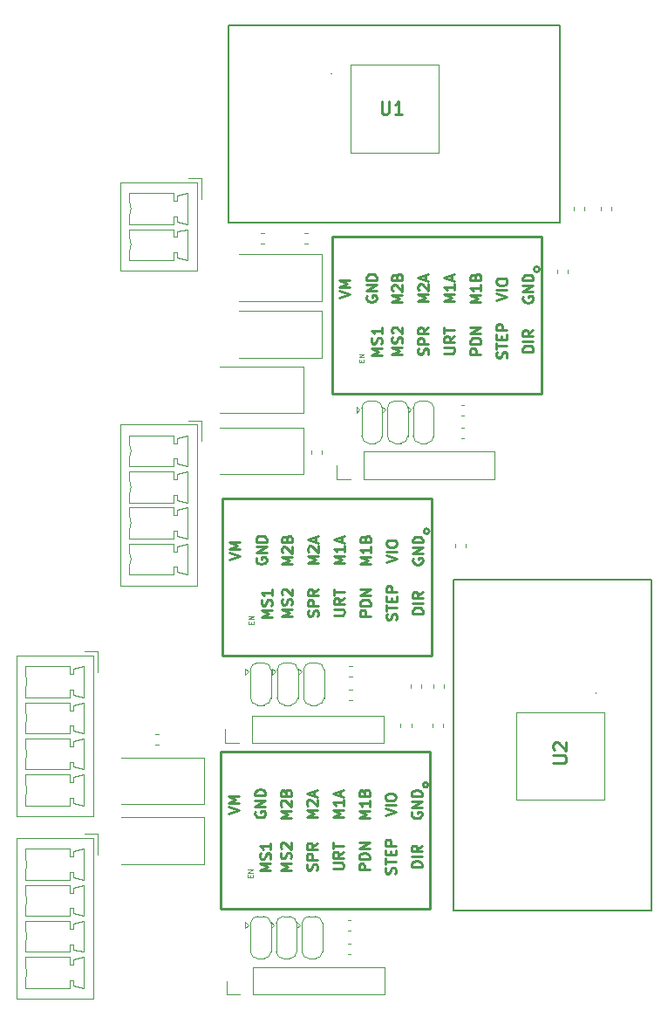
<source format=gbr>
G04 #@! TF.GenerationSoftware,KiCad,Pcbnew,5.99.0-unknown-14cba9723f~116~ubuntu18.04.1*
G04 #@! TF.CreationDate,2021-02-18T14:39:48+01:00*
G04 #@! TF.ProjectId,Uni_stick,556e695f-7374-4696-936b-2e6b69636164,rev?*
G04 #@! TF.SameCoordinates,Original*
G04 #@! TF.FileFunction,Legend,Top*
G04 #@! TF.FilePolarity,Positive*
%FSLAX46Y46*%
G04 Gerber Fmt 4.6, Leading zero omitted, Abs format (unit mm)*
G04 Created by KiCad (PCBNEW 5.99.0-unknown-14cba9723f~116~ubuntu18.04.1) date 2021-02-18 14:39:48*
%MOMM*%
%LPD*%
G01*
G04 APERTURE LIST*
%ADD10C,0.254000*%
%ADD11C,0.125000*%
%ADD12C,0.120000*%
%ADD13C,0.150000*%
%ADD14C,0.100000*%
%ADD15C,0.228600*%
G04 APERTURE END LIST*
D10*
X136504523Y-106768119D02*
X137532619Y-106768119D01*
X137653571Y-106707642D01*
X137714047Y-106647166D01*
X137774523Y-106526214D01*
X137774523Y-106284309D01*
X137714047Y-106163357D01*
X137653571Y-106102880D01*
X137532619Y-106042404D01*
X136504523Y-106042404D01*
X136625476Y-105498119D02*
X136565000Y-105437642D01*
X136504523Y-105316690D01*
X136504523Y-105014309D01*
X136565000Y-104893357D01*
X136625476Y-104832880D01*
X136746428Y-104772404D01*
X136867380Y-104772404D01*
X137048809Y-104832880D01*
X137774523Y-105558595D01*
X137774523Y-104772404D01*
X119832880Y-42604523D02*
X119832880Y-43632619D01*
X119893357Y-43753571D01*
X119953833Y-43814047D01*
X120074785Y-43874523D01*
X120316690Y-43874523D01*
X120437642Y-43814047D01*
X120498119Y-43753571D01*
X120558595Y-43632619D01*
X120558595Y-42604523D01*
X121828595Y-43874523D02*
X121102880Y-43874523D01*
X121465738Y-43874523D02*
X121465738Y-42604523D01*
X121344785Y-42785952D01*
X121223833Y-42906904D01*
X121102880Y-42967380D01*
X131961238Y-67484952D02*
X132009619Y-67339809D01*
X132009619Y-67097904D01*
X131961238Y-67001142D01*
X131912857Y-66952761D01*
X131816095Y-66904380D01*
X131719333Y-66904380D01*
X131622571Y-66952761D01*
X131574190Y-67001142D01*
X131525809Y-67097904D01*
X131477428Y-67291428D01*
X131429047Y-67388190D01*
X131380666Y-67436571D01*
X131283904Y-67484952D01*
X131187142Y-67484952D01*
X131090380Y-67436571D01*
X131042000Y-67388190D01*
X130993619Y-67291428D01*
X130993619Y-67049523D01*
X131042000Y-66904380D01*
X130993619Y-66614095D02*
X130993619Y-66033523D01*
X132009619Y-66323809D02*
X130993619Y-66323809D01*
X131477428Y-65694857D02*
X131477428Y-65356190D01*
X132009619Y-65211047D02*
X132009619Y-65694857D01*
X130993619Y-65694857D01*
X130993619Y-65211047D01*
X132009619Y-64775619D02*
X130993619Y-64775619D01*
X130993619Y-64388571D01*
X131042000Y-64291809D01*
X131090380Y-64243428D01*
X131187142Y-64195047D01*
X131332285Y-64195047D01*
X131429047Y-64243428D01*
X131477428Y-64291809D01*
X131525809Y-64388571D01*
X131525809Y-64775619D01*
X121849619Y-67146285D02*
X120833619Y-67146285D01*
X121559333Y-66807619D01*
X120833619Y-66468952D01*
X121849619Y-66468952D01*
X121801238Y-66033523D02*
X121849619Y-65888380D01*
X121849619Y-65646476D01*
X121801238Y-65549714D01*
X121752857Y-65501333D01*
X121656095Y-65452952D01*
X121559333Y-65452952D01*
X121462571Y-65501333D01*
X121414190Y-65549714D01*
X121365809Y-65646476D01*
X121317428Y-65840000D01*
X121269047Y-65936761D01*
X121220666Y-65985142D01*
X121123904Y-66033523D01*
X121027142Y-66033523D01*
X120930380Y-65985142D01*
X120882000Y-65936761D01*
X120833619Y-65840000D01*
X120833619Y-65598095D01*
X120882000Y-65452952D01*
X120930380Y-65065904D02*
X120882000Y-65017523D01*
X120833619Y-64920761D01*
X120833619Y-64678857D01*
X120882000Y-64582095D01*
X120930380Y-64533714D01*
X121027142Y-64485333D01*
X121123904Y-64485333D01*
X121269047Y-64533714D01*
X121849619Y-65114285D01*
X121849619Y-64485333D01*
X119859619Y-67206285D02*
X118843619Y-67206285D01*
X119569333Y-66867619D01*
X118843619Y-66528952D01*
X119859619Y-66528952D01*
X119811238Y-66093523D02*
X119859619Y-65948380D01*
X119859619Y-65706476D01*
X119811238Y-65609714D01*
X119762857Y-65561333D01*
X119666095Y-65512952D01*
X119569333Y-65512952D01*
X119472571Y-65561333D01*
X119424190Y-65609714D01*
X119375809Y-65706476D01*
X119327428Y-65900000D01*
X119279047Y-65996761D01*
X119230666Y-66045142D01*
X119133904Y-66093523D01*
X119037142Y-66093523D01*
X118940380Y-66045142D01*
X118892000Y-65996761D01*
X118843619Y-65900000D01*
X118843619Y-65658095D01*
X118892000Y-65512952D01*
X119859619Y-64545333D02*
X119859619Y-65125904D01*
X119859619Y-64835619D02*
X118843619Y-64835619D01*
X118988761Y-64932380D01*
X119085523Y-65029142D01*
X119133904Y-65125904D01*
X124389619Y-62017904D02*
X123373619Y-62017904D01*
X124099333Y-61679238D01*
X123373619Y-61340571D01*
X124389619Y-61340571D01*
X123470380Y-60905142D02*
X123422000Y-60856761D01*
X123373619Y-60760000D01*
X123373619Y-60518095D01*
X123422000Y-60421333D01*
X123470380Y-60372952D01*
X123567142Y-60324571D01*
X123663904Y-60324571D01*
X123809047Y-60372952D01*
X124389619Y-60953523D01*
X124389619Y-60324571D01*
X124099333Y-59937523D02*
X124099333Y-59453714D01*
X124389619Y-60034285D02*
X123373619Y-59695619D01*
X124389619Y-59356952D01*
X134549619Y-66856000D02*
X133533619Y-66856000D01*
X133533619Y-66614095D01*
X133582000Y-66468952D01*
X133678761Y-66372190D01*
X133775523Y-66323809D01*
X133969047Y-66275428D01*
X134114190Y-66275428D01*
X134307714Y-66323809D01*
X134404476Y-66372190D01*
X134501238Y-66468952D01*
X134549619Y-66614095D01*
X134549619Y-66856000D01*
X134549619Y-65840000D02*
X133533619Y-65840000D01*
X134549619Y-64775619D02*
X134065809Y-65114285D01*
X134549619Y-65356190D02*
X133533619Y-65356190D01*
X133533619Y-64969142D01*
X133582000Y-64872380D01*
X133630380Y-64824000D01*
X133727142Y-64775619D01*
X133872285Y-64775619D01*
X133969047Y-64824000D01*
X134017428Y-64872380D01*
X134065809Y-64969142D01*
X134065809Y-65356190D01*
X115753619Y-61679238D02*
X116769619Y-61340571D01*
X115753619Y-61001904D01*
X116769619Y-60663238D02*
X115753619Y-60663238D01*
X116479333Y-60324571D01*
X115753619Y-59985904D01*
X116769619Y-59985904D01*
X126929619Y-62017904D02*
X125913619Y-62017904D01*
X126639333Y-61679238D01*
X125913619Y-61340571D01*
X126929619Y-61340571D01*
X126929619Y-60324571D02*
X126929619Y-60905142D01*
X126929619Y-60614857D02*
X125913619Y-60614857D01*
X126058761Y-60711619D01*
X126155523Y-60808380D01*
X126203904Y-60905142D01*
X126639333Y-59937523D02*
X126639333Y-59453714D01*
X126929619Y-60034285D02*
X125913619Y-59695619D01*
X126929619Y-59356952D01*
X129459619Y-67106285D02*
X128443619Y-67106285D01*
X128443619Y-66719238D01*
X128492000Y-66622476D01*
X128540380Y-66574095D01*
X128637142Y-66525714D01*
X128782285Y-66525714D01*
X128879047Y-66574095D01*
X128927428Y-66622476D01*
X128975809Y-66719238D01*
X128975809Y-67106285D01*
X129459619Y-66090285D02*
X128443619Y-66090285D01*
X128443619Y-65848380D01*
X128492000Y-65703238D01*
X128588761Y-65606476D01*
X128685523Y-65558095D01*
X128879047Y-65509714D01*
X129024190Y-65509714D01*
X129217714Y-65558095D01*
X129314476Y-65606476D01*
X129411238Y-65703238D01*
X129459619Y-65848380D01*
X129459619Y-66090285D01*
X129459619Y-65074285D02*
X128443619Y-65074285D01*
X129459619Y-64493714D01*
X128443619Y-64493714D01*
X133582000Y-61534095D02*
X133533619Y-61630857D01*
X133533619Y-61776000D01*
X133582000Y-61921142D01*
X133678761Y-62017904D01*
X133775523Y-62066285D01*
X133969047Y-62114666D01*
X134114190Y-62114666D01*
X134307714Y-62066285D01*
X134404476Y-62017904D01*
X134501238Y-61921142D01*
X134549619Y-61776000D01*
X134549619Y-61679238D01*
X134501238Y-61534095D01*
X134452857Y-61485714D01*
X134114190Y-61485714D01*
X134114190Y-61679238D01*
X134549619Y-61050285D02*
X133533619Y-61050285D01*
X134549619Y-60469714D01*
X133533619Y-60469714D01*
X134549619Y-59985904D02*
X133533619Y-59985904D01*
X133533619Y-59744000D01*
X133582000Y-59598857D01*
X133678761Y-59502095D01*
X133775523Y-59453714D01*
X133969047Y-59405333D01*
X134114190Y-59405333D01*
X134307714Y-59453714D01*
X134404476Y-59502095D01*
X134501238Y-59598857D01*
X134549619Y-59744000D01*
X134549619Y-59985904D01*
X129469619Y-62090476D02*
X128453619Y-62090476D01*
X129179333Y-61751809D01*
X128453619Y-61413142D01*
X129469619Y-61413142D01*
X129469619Y-60397142D02*
X129469619Y-60977714D01*
X129469619Y-60687428D02*
X128453619Y-60687428D01*
X128598761Y-60784190D01*
X128695523Y-60880952D01*
X128743904Y-60977714D01*
X128937428Y-59623047D02*
X128985809Y-59477904D01*
X129034190Y-59429523D01*
X129130952Y-59381142D01*
X129276095Y-59381142D01*
X129372857Y-59429523D01*
X129421238Y-59477904D01*
X129469619Y-59574666D01*
X129469619Y-59961714D01*
X128453619Y-59961714D01*
X128453619Y-59623047D01*
X128502000Y-59526285D01*
X128550380Y-59477904D01*
X128647142Y-59429523D01*
X128743904Y-59429523D01*
X128840666Y-59477904D01*
X128889047Y-59526285D01*
X128937428Y-59623047D01*
X128937428Y-59961714D01*
X130993619Y-61872761D02*
X132009619Y-61534095D01*
X130993619Y-61195428D01*
X132009619Y-60856761D02*
X130993619Y-60856761D01*
X130993619Y-60179428D02*
X130993619Y-59985904D01*
X131042000Y-59889142D01*
X131138761Y-59792380D01*
X131332285Y-59744000D01*
X131670952Y-59744000D01*
X131864476Y-59792380D01*
X131961238Y-59889142D01*
X132009619Y-59985904D01*
X132009619Y-60179428D01*
X131961238Y-60276190D01*
X131864476Y-60372952D01*
X131670952Y-60421333D01*
X131332285Y-60421333D01*
X131138761Y-60372952D01*
X131042000Y-60276190D01*
X130993619Y-60179428D01*
X124341238Y-67146285D02*
X124389619Y-67001142D01*
X124389619Y-66759238D01*
X124341238Y-66662476D01*
X124292857Y-66614095D01*
X124196095Y-66565714D01*
X124099333Y-66565714D01*
X124002571Y-66614095D01*
X123954190Y-66662476D01*
X123905809Y-66759238D01*
X123857428Y-66952761D01*
X123809047Y-67049523D01*
X123760666Y-67097904D01*
X123663904Y-67146285D01*
X123567142Y-67146285D01*
X123470380Y-67097904D01*
X123422000Y-67049523D01*
X123373619Y-66952761D01*
X123373619Y-66710857D01*
X123422000Y-66565714D01*
X124389619Y-66130285D02*
X123373619Y-66130285D01*
X123373619Y-65743238D01*
X123422000Y-65646476D01*
X123470380Y-65598095D01*
X123567142Y-65549714D01*
X123712285Y-65549714D01*
X123809047Y-65598095D01*
X123857428Y-65646476D01*
X123905809Y-65743238D01*
X123905809Y-66130285D01*
X124389619Y-64533714D02*
X123905809Y-64872380D01*
X124389619Y-65114285D02*
X123373619Y-65114285D01*
X123373619Y-64727238D01*
X123422000Y-64630476D01*
X123470380Y-64582095D01*
X123567142Y-64533714D01*
X123712285Y-64533714D01*
X123809047Y-64582095D01*
X123857428Y-64630476D01*
X123905809Y-64727238D01*
X123905809Y-65114285D01*
X125913619Y-67025333D02*
X126736095Y-67025333D01*
X126832857Y-66976952D01*
X126881238Y-66928571D01*
X126929619Y-66831809D01*
X126929619Y-66638285D01*
X126881238Y-66541523D01*
X126832857Y-66493142D01*
X126736095Y-66444761D01*
X125913619Y-66444761D01*
X126929619Y-65380380D02*
X126445809Y-65719047D01*
X126929619Y-65960952D02*
X125913619Y-65960952D01*
X125913619Y-65573904D01*
X125962000Y-65477142D01*
X126010380Y-65428761D01*
X126107142Y-65380380D01*
X126252285Y-65380380D01*
X126349047Y-65428761D01*
X126397428Y-65477142D01*
X126445809Y-65573904D01*
X126445809Y-65960952D01*
X125913619Y-65090095D02*
X125913619Y-64509523D01*
X126929619Y-64799809D02*
X125913619Y-64799809D01*
X118392000Y-61474095D02*
X118343619Y-61570857D01*
X118343619Y-61716000D01*
X118392000Y-61861142D01*
X118488761Y-61957904D01*
X118585523Y-62006285D01*
X118779047Y-62054666D01*
X118924190Y-62054666D01*
X119117714Y-62006285D01*
X119214476Y-61957904D01*
X119311238Y-61861142D01*
X119359619Y-61716000D01*
X119359619Y-61619238D01*
X119311238Y-61474095D01*
X119262857Y-61425714D01*
X118924190Y-61425714D01*
X118924190Y-61619238D01*
X119359619Y-60990285D02*
X118343619Y-60990285D01*
X119359619Y-60409714D01*
X118343619Y-60409714D01*
X119359619Y-59925904D02*
X118343619Y-59925904D01*
X118343619Y-59684000D01*
X118392000Y-59538857D01*
X118488761Y-59442095D01*
X118585523Y-59393714D01*
X118779047Y-59345333D01*
X118924190Y-59345333D01*
X119117714Y-59393714D01*
X119214476Y-59442095D01*
X119311238Y-59538857D01*
X119359619Y-59684000D01*
X119359619Y-59925904D01*
D11*
X117864285Y-67869047D02*
X117864285Y-67702380D01*
X118126190Y-67630952D02*
X118126190Y-67869047D01*
X117626190Y-67869047D01*
X117626190Y-67630952D01*
X118126190Y-67416666D02*
X117626190Y-67416666D01*
X118126190Y-67130952D01*
X117626190Y-67130952D01*
D10*
X121849619Y-62090476D02*
X120833619Y-62090476D01*
X121559333Y-61751809D01*
X120833619Y-61413142D01*
X121849619Y-61413142D01*
X120930380Y-60977714D02*
X120882000Y-60929333D01*
X120833619Y-60832571D01*
X120833619Y-60590666D01*
X120882000Y-60493904D01*
X120930380Y-60445523D01*
X121027142Y-60397142D01*
X121123904Y-60397142D01*
X121269047Y-60445523D01*
X121849619Y-61026095D01*
X121849619Y-60397142D01*
X121317428Y-59623047D02*
X121365809Y-59477904D01*
X121414190Y-59429523D01*
X121510952Y-59381142D01*
X121656095Y-59381142D01*
X121752857Y-59429523D01*
X121801238Y-59477904D01*
X121849619Y-59574666D01*
X121849619Y-59961714D01*
X120833619Y-59961714D01*
X120833619Y-59623047D01*
X120882000Y-59526285D01*
X120930380Y-59477904D01*
X121027142Y-59429523D01*
X121123904Y-59429523D01*
X121220666Y-59477904D01*
X121269047Y-59526285D01*
X121317428Y-59623047D01*
X121317428Y-59961714D01*
X133582000Y-61534095D02*
X133533619Y-61630857D01*
X133533619Y-61776000D01*
X133582000Y-61921142D01*
X133678761Y-62017904D01*
X133775523Y-62066285D01*
X133969047Y-62114666D01*
X134114190Y-62114666D01*
X134307714Y-62066285D01*
X134404476Y-62017904D01*
X134501238Y-61921142D01*
X134549619Y-61776000D01*
X134549619Y-61679238D01*
X134501238Y-61534095D01*
X134452857Y-61485714D01*
X134114190Y-61485714D01*
X134114190Y-61679238D01*
X134549619Y-61050285D02*
X133533619Y-61050285D01*
X134549619Y-60469714D01*
X133533619Y-60469714D01*
X134549619Y-59985904D02*
X133533619Y-59985904D01*
X133533619Y-59744000D01*
X133582000Y-59598857D01*
X133678761Y-59502095D01*
X133775523Y-59453714D01*
X133969047Y-59405333D01*
X134114190Y-59405333D01*
X134307714Y-59453714D01*
X134404476Y-59502095D01*
X134501238Y-59598857D01*
X134549619Y-59744000D01*
X134549619Y-59985904D01*
X120193619Y-111872761D02*
X121209619Y-111534095D01*
X120193619Y-111195428D01*
X121209619Y-110856761D02*
X120193619Y-110856761D01*
X120193619Y-110179428D02*
X120193619Y-109985904D01*
X120242000Y-109889142D01*
X120338761Y-109792380D01*
X120532285Y-109744000D01*
X120870952Y-109744000D01*
X121064476Y-109792380D01*
X121161238Y-109889142D01*
X121209619Y-109985904D01*
X121209619Y-110179428D01*
X121161238Y-110276190D01*
X121064476Y-110372952D01*
X120870952Y-110421333D01*
X120532285Y-110421333D01*
X120338761Y-110372952D01*
X120242000Y-110276190D01*
X120193619Y-110179428D01*
X118659619Y-117106285D02*
X117643619Y-117106285D01*
X117643619Y-116719238D01*
X117692000Y-116622476D01*
X117740380Y-116574095D01*
X117837142Y-116525714D01*
X117982285Y-116525714D01*
X118079047Y-116574095D01*
X118127428Y-116622476D01*
X118175809Y-116719238D01*
X118175809Y-117106285D01*
X118659619Y-116090285D02*
X117643619Y-116090285D01*
X117643619Y-115848380D01*
X117692000Y-115703238D01*
X117788761Y-115606476D01*
X117885523Y-115558095D01*
X118079047Y-115509714D01*
X118224190Y-115509714D01*
X118417714Y-115558095D01*
X118514476Y-115606476D01*
X118611238Y-115703238D01*
X118659619Y-115848380D01*
X118659619Y-116090285D01*
X118659619Y-115074285D02*
X117643619Y-115074285D01*
X118659619Y-114493714D01*
X117643619Y-114493714D01*
D11*
X107064285Y-117869047D02*
X107064285Y-117702380D01*
X107326190Y-117630952D02*
X107326190Y-117869047D01*
X106826190Y-117869047D01*
X106826190Y-117630952D01*
X107326190Y-117416666D02*
X106826190Y-117416666D01*
X107326190Y-117130952D01*
X106826190Y-117130952D01*
D10*
X111049619Y-117146285D02*
X110033619Y-117146285D01*
X110759333Y-116807619D01*
X110033619Y-116468952D01*
X111049619Y-116468952D01*
X111001238Y-116033523D02*
X111049619Y-115888380D01*
X111049619Y-115646476D01*
X111001238Y-115549714D01*
X110952857Y-115501333D01*
X110856095Y-115452952D01*
X110759333Y-115452952D01*
X110662571Y-115501333D01*
X110614190Y-115549714D01*
X110565809Y-115646476D01*
X110517428Y-115840000D01*
X110469047Y-115936761D01*
X110420666Y-115985142D01*
X110323904Y-116033523D01*
X110227142Y-116033523D01*
X110130380Y-115985142D01*
X110082000Y-115936761D01*
X110033619Y-115840000D01*
X110033619Y-115598095D01*
X110082000Y-115452952D01*
X110130380Y-115065904D02*
X110082000Y-115017523D01*
X110033619Y-114920761D01*
X110033619Y-114678857D01*
X110082000Y-114582095D01*
X110130380Y-114533714D01*
X110227142Y-114485333D01*
X110323904Y-114485333D01*
X110469047Y-114533714D01*
X111049619Y-115114285D01*
X111049619Y-114485333D01*
X122782000Y-111534095D02*
X122733619Y-111630857D01*
X122733619Y-111776000D01*
X122782000Y-111921142D01*
X122878761Y-112017904D01*
X122975523Y-112066285D01*
X123169047Y-112114666D01*
X123314190Y-112114666D01*
X123507714Y-112066285D01*
X123604476Y-112017904D01*
X123701238Y-111921142D01*
X123749619Y-111776000D01*
X123749619Y-111679238D01*
X123701238Y-111534095D01*
X123652857Y-111485714D01*
X123314190Y-111485714D01*
X123314190Y-111679238D01*
X123749619Y-111050285D02*
X122733619Y-111050285D01*
X123749619Y-110469714D01*
X122733619Y-110469714D01*
X123749619Y-109985904D02*
X122733619Y-109985904D01*
X122733619Y-109744000D01*
X122782000Y-109598857D01*
X122878761Y-109502095D01*
X122975523Y-109453714D01*
X123169047Y-109405333D01*
X123314190Y-109405333D01*
X123507714Y-109453714D01*
X123604476Y-109502095D01*
X123701238Y-109598857D01*
X123749619Y-109744000D01*
X123749619Y-109985904D01*
X123749619Y-116856000D02*
X122733619Y-116856000D01*
X122733619Y-116614095D01*
X122782000Y-116468952D01*
X122878761Y-116372190D01*
X122975523Y-116323809D01*
X123169047Y-116275428D01*
X123314190Y-116275428D01*
X123507714Y-116323809D01*
X123604476Y-116372190D01*
X123701238Y-116468952D01*
X123749619Y-116614095D01*
X123749619Y-116856000D01*
X123749619Y-115840000D02*
X122733619Y-115840000D01*
X123749619Y-114775619D02*
X123265809Y-115114285D01*
X123749619Y-115356190D02*
X122733619Y-115356190D01*
X122733619Y-114969142D01*
X122782000Y-114872380D01*
X122830380Y-114824000D01*
X122927142Y-114775619D01*
X123072285Y-114775619D01*
X123169047Y-114824000D01*
X123217428Y-114872380D01*
X123265809Y-114969142D01*
X123265809Y-115356190D01*
X111049619Y-112090476D02*
X110033619Y-112090476D01*
X110759333Y-111751809D01*
X110033619Y-111413142D01*
X111049619Y-111413142D01*
X110130380Y-110977714D02*
X110082000Y-110929333D01*
X110033619Y-110832571D01*
X110033619Y-110590666D01*
X110082000Y-110493904D01*
X110130380Y-110445523D01*
X110227142Y-110397142D01*
X110323904Y-110397142D01*
X110469047Y-110445523D01*
X111049619Y-111026095D01*
X111049619Y-110397142D01*
X110517428Y-109623047D02*
X110565809Y-109477904D01*
X110614190Y-109429523D01*
X110710952Y-109381142D01*
X110856095Y-109381142D01*
X110952857Y-109429523D01*
X111001238Y-109477904D01*
X111049619Y-109574666D01*
X111049619Y-109961714D01*
X110033619Y-109961714D01*
X110033619Y-109623047D01*
X110082000Y-109526285D01*
X110130380Y-109477904D01*
X110227142Y-109429523D01*
X110323904Y-109429523D01*
X110420666Y-109477904D01*
X110469047Y-109526285D01*
X110517428Y-109623047D01*
X110517428Y-109961714D01*
X113589619Y-112017904D02*
X112573619Y-112017904D01*
X113299333Y-111679238D01*
X112573619Y-111340571D01*
X113589619Y-111340571D01*
X112670380Y-110905142D02*
X112622000Y-110856761D01*
X112573619Y-110760000D01*
X112573619Y-110518095D01*
X112622000Y-110421333D01*
X112670380Y-110372952D01*
X112767142Y-110324571D01*
X112863904Y-110324571D01*
X113009047Y-110372952D01*
X113589619Y-110953523D01*
X113589619Y-110324571D01*
X113299333Y-109937523D02*
X113299333Y-109453714D01*
X113589619Y-110034285D02*
X112573619Y-109695619D01*
X113589619Y-109356952D01*
X122782000Y-111534095D02*
X122733619Y-111630857D01*
X122733619Y-111776000D01*
X122782000Y-111921142D01*
X122878761Y-112017904D01*
X122975523Y-112066285D01*
X123169047Y-112114666D01*
X123314190Y-112114666D01*
X123507714Y-112066285D01*
X123604476Y-112017904D01*
X123701238Y-111921142D01*
X123749619Y-111776000D01*
X123749619Y-111679238D01*
X123701238Y-111534095D01*
X123652857Y-111485714D01*
X123314190Y-111485714D01*
X123314190Y-111679238D01*
X123749619Y-111050285D02*
X122733619Y-111050285D01*
X123749619Y-110469714D01*
X122733619Y-110469714D01*
X123749619Y-109985904D02*
X122733619Y-109985904D01*
X122733619Y-109744000D01*
X122782000Y-109598857D01*
X122878761Y-109502095D01*
X122975523Y-109453714D01*
X123169047Y-109405333D01*
X123314190Y-109405333D01*
X123507714Y-109453714D01*
X123604476Y-109502095D01*
X123701238Y-109598857D01*
X123749619Y-109744000D01*
X123749619Y-109985904D01*
X104953619Y-111679238D02*
X105969619Y-111340571D01*
X104953619Y-111001904D01*
X105969619Y-110663238D02*
X104953619Y-110663238D01*
X105679333Y-110324571D01*
X104953619Y-109985904D01*
X105969619Y-109985904D01*
X121161238Y-117484952D02*
X121209619Y-117339809D01*
X121209619Y-117097904D01*
X121161238Y-117001142D01*
X121112857Y-116952761D01*
X121016095Y-116904380D01*
X120919333Y-116904380D01*
X120822571Y-116952761D01*
X120774190Y-117001142D01*
X120725809Y-117097904D01*
X120677428Y-117291428D01*
X120629047Y-117388190D01*
X120580666Y-117436571D01*
X120483904Y-117484952D01*
X120387142Y-117484952D01*
X120290380Y-117436571D01*
X120242000Y-117388190D01*
X120193619Y-117291428D01*
X120193619Y-117049523D01*
X120242000Y-116904380D01*
X120193619Y-116614095D02*
X120193619Y-116033523D01*
X121209619Y-116323809D02*
X120193619Y-116323809D01*
X120677428Y-115694857D02*
X120677428Y-115356190D01*
X121209619Y-115211047D02*
X121209619Y-115694857D01*
X120193619Y-115694857D01*
X120193619Y-115211047D01*
X121209619Y-114775619D02*
X120193619Y-114775619D01*
X120193619Y-114388571D01*
X120242000Y-114291809D01*
X120290380Y-114243428D01*
X120387142Y-114195047D01*
X120532285Y-114195047D01*
X120629047Y-114243428D01*
X120677428Y-114291809D01*
X120725809Y-114388571D01*
X120725809Y-114775619D01*
X107592000Y-111474095D02*
X107543619Y-111570857D01*
X107543619Y-111716000D01*
X107592000Y-111861142D01*
X107688761Y-111957904D01*
X107785523Y-112006285D01*
X107979047Y-112054666D01*
X108124190Y-112054666D01*
X108317714Y-112006285D01*
X108414476Y-111957904D01*
X108511238Y-111861142D01*
X108559619Y-111716000D01*
X108559619Y-111619238D01*
X108511238Y-111474095D01*
X108462857Y-111425714D01*
X108124190Y-111425714D01*
X108124190Y-111619238D01*
X108559619Y-110990285D02*
X107543619Y-110990285D01*
X108559619Y-110409714D01*
X107543619Y-110409714D01*
X108559619Y-109925904D02*
X107543619Y-109925904D01*
X107543619Y-109684000D01*
X107592000Y-109538857D01*
X107688761Y-109442095D01*
X107785523Y-109393714D01*
X107979047Y-109345333D01*
X108124190Y-109345333D01*
X108317714Y-109393714D01*
X108414476Y-109442095D01*
X108511238Y-109538857D01*
X108559619Y-109684000D01*
X108559619Y-109925904D01*
X118669619Y-112090476D02*
X117653619Y-112090476D01*
X118379333Y-111751809D01*
X117653619Y-111413142D01*
X118669619Y-111413142D01*
X118669619Y-110397142D02*
X118669619Y-110977714D01*
X118669619Y-110687428D02*
X117653619Y-110687428D01*
X117798761Y-110784190D01*
X117895523Y-110880952D01*
X117943904Y-110977714D01*
X118137428Y-109623047D02*
X118185809Y-109477904D01*
X118234190Y-109429523D01*
X118330952Y-109381142D01*
X118476095Y-109381142D01*
X118572857Y-109429523D01*
X118621238Y-109477904D01*
X118669619Y-109574666D01*
X118669619Y-109961714D01*
X117653619Y-109961714D01*
X117653619Y-109623047D01*
X117702000Y-109526285D01*
X117750380Y-109477904D01*
X117847142Y-109429523D01*
X117943904Y-109429523D01*
X118040666Y-109477904D01*
X118089047Y-109526285D01*
X118137428Y-109623047D01*
X118137428Y-109961714D01*
X113541238Y-117146285D02*
X113589619Y-117001142D01*
X113589619Y-116759238D01*
X113541238Y-116662476D01*
X113492857Y-116614095D01*
X113396095Y-116565714D01*
X113299333Y-116565714D01*
X113202571Y-116614095D01*
X113154190Y-116662476D01*
X113105809Y-116759238D01*
X113057428Y-116952761D01*
X113009047Y-117049523D01*
X112960666Y-117097904D01*
X112863904Y-117146285D01*
X112767142Y-117146285D01*
X112670380Y-117097904D01*
X112622000Y-117049523D01*
X112573619Y-116952761D01*
X112573619Y-116710857D01*
X112622000Y-116565714D01*
X113589619Y-116130285D02*
X112573619Y-116130285D01*
X112573619Y-115743238D01*
X112622000Y-115646476D01*
X112670380Y-115598095D01*
X112767142Y-115549714D01*
X112912285Y-115549714D01*
X113009047Y-115598095D01*
X113057428Y-115646476D01*
X113105809Y-115743238D01*
X113105809Y-116130285D01*
X113589619Y-114533714D02*
X113105809Y-114872380D01*
X113589619Y-115114285D02*
X112573619Y-115114285D01*
X112573619Y-114727238D01*
X112622000Y-114630476D01*
X112670380Y-114582095D01*
X112767142Y-114533714D01*
X112912285Y-114533714D01*
X113009047Y-114582095D01*
X113057428Y-114630476D01*
X113105809Y-114727238D01*
X113105809Y-115114285D01*
X115113619Y-117025333D02*
X115936095Y-117025333D01*
X116032857Y-116976952D01*
X116081238Y-116928571D01*
X116129619Y-116831809D01*
X116129619Y-116638285D01*
X116081238Y-116541523D01*
X116032857Y-116493142D01*
X115936095Y-116444761D01*
X115113619Y-116444761D01*
X116129619Y-115380380D02*
X115645809Y-115719047D01*
X116129619Y-115960952D02*
X115113619Y-115960952D01*
X115113619Y-115573904D01*
X115162000Y-115477142D01*
X115210380Y-115428761D01*
X115307142Y-115380380D01*
X115452285Y-115380380D01*
X115549047Y-115428761D01*
X115597428Y-115477142D01*
X115645809Y-115573904D01*
X115645809Y-115960952D01*
X115113619Y-115090095D02*
X115113619Y-114509523D01*
X116129619Y-114799809D02*
X115113619Y-114799809D01*
X116129619Y-112017904D02*
X115113619Y-112017904D01*
X115839333Y-111679238D01*
X115113619Y-111340571D01*
X116129619Y-111340571D01*
X116129619Y-110324571D02*
X116129619Y-110905142D01*
X116129619Y-110614857D02*
X115113619Y-110614857D01*
X115258761Y-110711619D01*
X115355523Y-110808380D01*
X115403904Y-110905142D01*
X115839333Y-109937523D02*
X115839333Y-109453714D01*
X116129619Y-110034285D02*
X115113619Y-109695619D01*
X116129619Y-109356952D01*
X109059619Y-117206285D02*
X108043619Y-117206285D01*
X108769333Y-116867619D01*
X108043619Y-116528952D01*
X109059619Y-116528952D01*
X109011238Y-116093523D02*
X109059619Y-115948380D01*
X109059619Y-115706476D01*
X109011238Y-115609714D01*
X108962857Y-115561333D01*
X108866095Y-115512952D01*
X108769333Y-115512952D01*
X108672571Y-115561333D01*
X108624190Y-115609714D01*
X108575809Y-115706476D01*
X108527428Y-115900000D01*
X108479047Y-115996761D01*
X108430666Y-116045142D01*
X108333904Y-116093523D01*
X108237142Y-116093523D01*
X108140380Y-116045142D01*
X108092000Y-115996761D01*
X108043619Y-115900000D01*
X108043619Y-115658095D01*
X108092000Y-115512952D01*
X109059619Y-114545333D02*
X109059619Y-115125904D01*
X109059619Y-114835619D02*
X108043619Y-114835619D01*
X108188761Y-114932380D01*
X108285523Y-115029142D01*
X108333904Y-115125904D01*
X120293619Y-87272761D02*
X121309619Y-86934095D01*
X120293619Y-86595428D01*
X121309619Y-86256761D02*
X120293619Y-86256761D01*
X120293619Y-85579428D02*
X120293619Y-85385904D01*
X120342000Y-85289142D01*
X120438761Y-85192380D01*
X120632285Y-85144000D01*
X120970952Y-85144000D01*
X121164476Y-85192380D01*
X121261238Y-85289142D01*
X121309619Y-85385904D01*
X121309619Y-85579428D01*
X121261238Y-85676190D01*
X121164476Y-85772952D01*
X120970952Y-85821333D01*
X120632285Y-85821333D01*
X120438761Y-85772952D01*
X120342000Y-85676190D01*
X120293619Y-85579428D01*
X123849619Y-92256000D02*
X122833619Y-92256000D01*
X122833619Y-92014095D01*
X122882000Y-91868952D01*
X122978761Y-91772190D01*
X123075523Y-91723809D01*
X123269047Y-91675428D01*
X123414190Y-91675428D01*
X123607714Y-91723809D01*
X123704476Y-91772190D01*
X123801238Y-91868952D01*
X123849619Y-92014095D01*
X123849619Y-92256000D01*
X123849619Y-91240000D02*
X122833619Y-91240000D01*
X123849619Y-90175619D02*
X123365809Y-90514285D01*
X123849619Y-90756190D02*
X122833619Y-90756190D01*
X122833619Y-90369142D01*
X122882000Y-90272380D01*
X122930380Y-90224000D01*
X123027142Y-90175619D01*
X123172285Y-90175619D01*
X123269047Y-90224000D01*
X123317428Y-90272380D01*
X123365809Y-90369142D01*
X123365809Y-90756190D01*
X121261238Y-92884952D02*
X121309619Y-92739809D01*
X121309619Y-92497904D01*
X121261238Y-92401142D01*
X121212857Y-92352761D01*
X121116095Y-92304380D01*
X121019333Y-92304380D01*
X120922571Y-92352761D01*
X120874190Y-92401142D01*
X120825809Y-92497904D01*
X120777428Y-92691428D01*
X120729047Y-92788190D01*
X120680666Y-92836571D01*
X120583904Y-92884952D01*
X120487142Y-92884952D01*
X120390380Y-92836571D01*
X120342000Y-92788190D01*
X120293619Y-92691428D01*
X120293619Y-92449523D01*
X120342000Y-92304380D01*
X120293619Y-92014095D02*
X120293619Y-91433523D01*
X121309619Y-91723809D02*
X120293619Y-91723809D01*
X120777428Y-91094857D02*
X120777428Y-90756190D01*
X121309619Y-90611047D02*
X121309619Y-91094857D01*
X120293619Y-91094857D01*
X120293619Y-90611047D01*
X121309619Y-90175619D02*
X120293619Y-90175619D01*
X120293619Y-89788571D01*
X120342000Y-89691809D01*
X120390380Y-89643428D01*
X120487142Y-89595047D01*
X120632285Y-89595047D01*
X120729047Y-89643428D01*
X120777428Y-89691809D01*
X120825809Y-89788571D01*
X120825809Y-90175619D01*
X115213619Y-92425333D02*
X116036095Y-92425333D01*
X116132857Y-92376952D01*
X116181238Y-92328571D01*
X116229619Y-92231809D01*
X116229619Y-92038285D01*
X116181238Y-91941523D01*
X116132857Y-91893142D01*
X116036095Y-91844761D01*
X115213619Y-91844761D01*
X116229619Y-90780380D02*
X115745809Y-91119047D01*
X116229619Y-91360952D02*
X115213619Y-91360952D01*
X115213619Y-90973904D01*
X115262000Y-90877142D01*
X115310380Y-90828761D01*
X115407142Y-90780380D01*
X115552285Y-90780380D01*
X115649047Y-90828761D01*
X115697428Y-90877142D01*
X115745809Y-90973904D01*
X115745809Y-91360952D01*
X115213619Y-90490095D02*
X115213619Y-89909523D01*
X116229619Y-90199809D02*
X115213619Y-90199809D01*
X118759619Y-92506285D02*
X117743619Y-92506285D01*
X117743619Y-92119238D01*
X117792000Y-92022476D01*
X117840380Y-91974095D01*
X117937142Y-91925714D01*
X118082285Y-91925714D01*
X118179047Y-91974095D01*
X118227428Y-92022476D01*
X118275809Y-92119238D01*
X118275809Y-92506285D01*
X118759619Y-91490285D02*
X117743619Y-91490285D01*
X117743619Y-91248380D01*
X117792000Y-91103238D01*
X117888761Y-91006476D01*
X117985523Y-90958095D01*
X118179047Y-90909714D01*
X118324190Y-90909714D01*
X118517714Y-90958095D01*
X118614476Y-91006476D01*
X118711238Y-91103238D01*
X118759619Y-91248380D01*
X118759619Y-91490285D01*
X118759619Y-90474285D02*
X117743619Y-90474285D01*
X118759619Y-89893714D01*
X117743619Y-89893714D01*
X109159619Y-92606285D02*
X108143619Y-92606285D01*
X108869333Y-92267619D01*
X108143619Y-91928952D01*
X109159619Y-91928952D01*
X109111238Y-91493523D02*
X109159619Y-91348380D01*
X109159619Y-91106476D01*
X109111238Y-91009714D01*
X109062857Y-90961333D01*
X108966095Y-90912952D01*
X108869333Y-90912952D01*
X108772571Y-90961333D01*
X108724190Y-91009714D01*
X108675809Y-91106476D01*
X108627428Y-91300000D01*
X108579047Y-91396761D01*
X108530666Y-91445142D01*
X108433904Y-91493523D01*
X108337142Y-91493523D01*
X108240380Y-91445142D01*
X108192000Y-91396761D01*
X108143619Y-91300000D01*
X108143619Y-91058095D01*
X108192000Y-90912952D01*
X109159619Y-89945333D02*
X109159619Y-90525904D01*
X109159619Y-90235619D02*
X108143619Y-90235619D01*
X108288761Y-90332380D01*
X108385523Y-90429142D01*
X108433904Y-90525904D01*
X111149619Y-87490476D02*
X110133619Y-87490476D01*
X110859333Y-87151809D01*
X110133619Y-86813142D01*
X111149619Y-86813142D01*
X110230380Y-86377714D02*
X110182000Y-86329333D01*
X110133619Y-86232571D01*
X110133619Y-85990666D01*
X110182000Y-85893904D01*
X110230380Y-85845523D01*
X110327142Y-85797142D01*
X110423904Y-85797142D01*
X110569047Y-85845523D01*
X111149619Y-86426095D01*
X111149619Y-85797142D01*
X110617428Y-85023047D02*
X110665809Y-84877904D01*
X110714190Y-84829523D01*
X110810952Y-84781142D01*
X110956095Y-84781142D01*
X111052857Y-84829523D01*
X111101238Y-84877904D01*
X111149619Y-84974666D01*
X111149619Y-85361714D01*
X110133619Y-85361714D01*
X110133619Y-85023047D01*
X110182000Y-84926285D01*
X110230380Y-84877904D01*
X110327142Y-84829523D01*
X110423904Y-84829523D01*
X110520666Y-84877904D01*
X110569047Y-84926285D01*
X110617428Y-85023047D01*
X110617428Y-85361714D01*
X122882000Y-86934095D02*
X122833619Y-87030857D01*
X122833619Y-87176000D01*
X122882000Y-87321142D01*
X122978761Y-87417904D01*
X123075523Y-87466285D01*
X123269047Y-87514666D01*
X123414190Y-87514666D01*
X123607714Y-87466285D01*
X123704476Y-87417904D01*
X123801238Y-87321142D01*
X123849619Y-87176000D01*
X123849619Y-87079238D01*
X123801238Y-86934095D01*
X123752857Y-86885714D01*
X123414190Y-86885714D01*
X123414190Y-87079238D01*
X123849619Y-86450285D02*
X122833619Y-86450285D01*
X123849619Y-85869714D01*
X122833619Y-85869714D01*
X123849619Y-85385904D02*
X122833619Y-85385904D01*
X122833619Y-85144000D01*
X122882000Y-84998857D01*
X122978761Y-84902095D01*
X123075523Y-84853714D01*
X123269047Y-84805333D01*
X123414190Y-84805333D01*
X123607714Y-84853714D01*
X123704476Y-84902095D01*
X123801238Y-84998857D01*
X123849619Y-85144000D01*
X123849619Y-85385904D01*
X113641238Y-92546285D02*
X113689619Y-92401142D01*
X113689619Y-92159238D01*
X113641238Y-92062476D01*
X113592857Y-92014095D01*
X113496095Y-91965714D01*
X113399333Y-91965714D01*
X113302571Y-92014095D01*
X113254190Y-92062476D01*
X113205809Y-92159238D01*
X113157428Y-92352761D01*
X113109047Y-92449523D01*
X113060666Y-92497904D01*
X112963904Y-92546285D01*
X112867142Y-92546285D01*
X112770380Y-92497904D01*
X112722000Y-92449523D01*
X112673619Y-92352761D01*
X112673619Y-92110857D01*
X112722000Y-91965714D01*
X113689619Y-91530285D02*
X112673619Y-91530285D01*
X112673619Y-91143238D01*
X112722000Y-91046476D01*
X112770380Y-90998095D01*
X112867142Y-90949714D01*
X113012285Y-90949714D01*
X113109047Y-90998095D01*
X113157428Y-91046476D01*
X113205809Y-91143238D01*
X113205809Y-91530285D01*
X113689619Y-89933714D02*
X113205809Y-90272380D01*
X113689619Y-90514285D02*
X112673619Y-90514285D01*
X112673619Y-90127238D01*
X112722000Y-90030476D01*
X112770380Y-89982095D01*
X112867142Y-89933714D01*
X113012285Y-89933714D01*
X113109047Y-89982095D01*
X113157428Y-90030476D01*
X113205809Y-90127238D01*
X113205809Y-90514285D01*
X111149619Y-92546285D02*
X110133619Y-92546285D01*
X110859333Y-92207619D01*
X110133619Y-91868952D01*
X111149619Y-91868952D01*
X111101238Y-91433523D02*
X111149619Y-91288380D01*
X111149619Y-91046476D01*
X111101238Y-90949714D01*
X111052857Y-90901333D01*
X110956095Y-90852952D01*
X110859333Y-90852952D01*
X110762571Y-90901333D01*
X110714190Y-90949714D01*
X110665809Y-91046476D01*
X110617428Y-91240000D01*
X110569047Y-91336761D01*
X110520666Y-91385142D01*
X110423904Y-91433523D01*
X110327142Y-91433523D01*
X110230380Y-91385142D01*
X110182000Y-91336761D01*
X110133619Y-91240000D01*
X110133619Y-90998095D01*
X110182000Y-90852952D01*
X110230380Y-90465904D02*
X110182000Y-90417523D01*
X110133619Y-90320761D01*
X110133619Y-90078857D01*
X110182000Y-89982095D01*
X110230380Y-89933714D01*
X110327142Y-89885333D01*
X110423904Y-89885333D01*
X110569047Y-89933714D01*
X111149619Y-90514285D01*
X111149619Y-89885333D01*
X107692000Y-86874095D02*
X107643619Y-86970857D01*
X107643619Y-87116000D01*
X107692000Y-87261142D01*
X107788761Y-87357904D01*
X107885523Y-87406285D01*
X108079047Y-87454666D01*
X108224190Y-87454666D01*
X108417714Y-87406285D01*
X108514476Y-87357904D01*
X108611238Y-87261142D01*
X108659619Y-87116000D01*
X108659619Y-87019238D01*
X108611238Y-86874095D01*
X108562857Y-86825714D01*
X108224190Y-86825714D01*
X108224190Y-87019238D01*
X108659619Y-86390285D02*
X107643619Y-86390285D01*
X108659619Y-85809714D01*
X107643619Y-85809714D01*
X108659619Y-85325904D02*
X107643619Y-85325904D01*
X107643619Y-85084000D01*
X107692000Y-84938857D01*
X107788761Y-84842095D01*
X107885523Y-84793714D01*
X108079047Y-84745333D01*
X108224190Y-84745333D01*
X108417714Y-84793714D01*
X108514476Y-84842095D01*
X108611238Y-84938857D01*
X108659619Y-85084000D01*
X108659619Y-85325904D01*
X113689619Y-87417904D02*
X112673619Y-87417904D01*
X113399333Y-87079238D01*
X112673619Y-86740571D01*
X113689619Y-86740571D01*
X112770380Y-86305142D02*
X112722000Y-86256761D01*
X112673619Y-86160000D01*
X112673619Y-85918095D01*
X112722000Y-85821333D01*
X112770380Y-85772952D01*
X112867142Y-85724571D01*
X112963904Y-85724571D01*
X113109047Y-85772952D01*
X113689619Y-86353523D01*
X113689619Y-85724571D01*
X113399333Y-85337523D02*
X113399333Y-84853714D01*
X113689619Y-85434285D02*
X112673619Y-85095619D01*
X113689619Y-84756952D01*
X116229619Y-87417904D02*
X115213619Y-87417904D01*
X115939333Y-87079238D01*
X115213619Y-86740571D01*
X116229619Y-86740571D01*
X116229619Y-85724571D02*
X116229619Y-86305142D01*
X116229619Y-86014857D02*
X115213619Y-86014857D01*
X115358761Y-86111619D01*
X115455523Y-86208380D01*
X115503904Y-86305142D01*
X115939333Y-85337523D02*
X115939333Y-84853714D01*
X116229619Y-85434285D02*
X115213619Y-85095619D01*
X116229619Y-84756952D01*
X118769619Y-87490476D02*
X117753619Y-87490476D01*
X118479333Y-87151809D01*
X117753619Y-86813142D01*
X118769619Y-86813142D01*
X118769619Y-85797142D02*
X118769619Y-86377714D01*
X118769619Y-86087428D02*
X117753619Y-86087428D01*
X117898761Y-86184190D01*
X117995523Y-86280952D01*
X118043904Y-86377714D01*
X118237428Y-85023047D02*
X118285809Y-84877904D01*
X118334190Y-84829523D01*
X118430952Y-84781142D01*
X118576095Y-84781142D01*
X118672857Y-84829523D01*
X118721238Y-84877904D01*
X118769619Y-84974666D01*
X118769619Y-85361714D01*
X117753619Y-85361714D01*
X117753619Y-85023047D01*
X117802000Y-84926285D01*
X117850380Y-84877904D01*
X117947142Y-84829523D01*
X118043904Y-84829523D01*
X118140666Y-84877904D01*
X118189047Y-84926285D01*
X118237428Y-85023047D01*
X118237428Y-85361714D01*
D11*
X107164285Y-93269047D02*
X107164285Y-93102380D01*
X107426190Y-93030952D02*
X107426190Y-93269047D01*
X106926190Y-93269047D01*
X106926190Y-93030952D01*
X107426190Y-92816666D02*
X106926190Y-92816666D01*
X107426190Y-92530952D01*
X106926190Y-92530952D01*
D10*
X105053619Y-87079238D02*
X106069619Y-86740571D01*
X105053619Y-86401904D01*
X106069619Y-86063238D02*
X105053619Y-86063238D01*
X105779333Y-85724571D01*
X105053619Y-85385904D01*
X106069619Y-85385904D01*
X122882000Y-86934095D02*
X122833619Y-87030857D01*
X122833619Y-87176000D01*
X122882000Y-87321142D01*
X122978761Y-87417904D01*
X123075523Y-87466285D01*
X123269047Y-87514666D01*
X123414190Y-87514666D01*
X123607714Y-87466285D01*
X123704476Y-87417904D01*
X123801238Y-87321142D01*
X123849619Y-87176000D01*
X123849619Y-87079238D01*
X123801238Y-86934095D01*
X123752857Y-86885714D01*
X123414190Y-86885714D01*
X123414190Y-87079238D01*
X123849619Y-86450285D02*
X122833619Y-86450285D01*
X123849619Y-85869714D01*
X122833619Y-85869714D01*
X123849619Y-85385904D02*
X122833619Y-85385904D01*
X122833619Y-85144000D01*
X122882000Y-84998857D01*
X122978761Y-84902095D01*
X123075523Y-84853714D01*
X123269047Y-84805333D01*
X123414190Y-84805333D01*
X123607714Y-84853714D01*
X123704476Y-84902095D01*
X123801238Y-84998857D01*
X123849619Y-85144000D01*
X123849619Y-85385904D01*
D12*
X130830000Y-79230000D02*
X130830000Y-76570000D01*
X118070000Y-76570000D02*
X130830000Y-76570000D01*
X115470000Y-79230000D02*
X115470000Y-77900000D01*
X118070000Y-79230000D02*
X118070000Y-76570000D01*
X116800000Y-79230000D02*
X115470000Y-79230000D01*
X118070000Y-79230000D02*
X130830000Y-79230000D01*
D13*
X104995000Y-35200000D02*
X104995000Y-54400000D01*
X137105000Y-35200000D02*
X137105000Y-54400000D01*
X104995000Y-35200000D02*
X137105000Y-35200000D01*
X104995000Y-54400000D02*
X137105000Y-54400000D01*
D12*
X107370000Y-126570000D02*
X120130000Y-126570000D01*
X106100000Y-129230000D02*
X104770000Y-129230000D01*
X104770000Y-129230000D02*
X104770000Y-127900000D01*
X107370000Y-129230000D02*
X120130000Y-129230000D01*
X120130000Y-129230000D02*
X120130000Y-126570000D01*
X107370000Y-129230000D02*
X107370000Y-126570000D01*
X107270000Y-102170000D02*
X120030000Y-102170000D01*
X107270000Y-104830000D02*
X120030000Y-104830000D01*
X104670000Y-104830000D02*
X104670000Y-103500000D01*
X106000000Y-104830000D02*
X104670000Y-104830000D01*
X107270000Y-104830000D02*
X107270000Y-102170000D01*
X120030000Y-104830000D02*
X120030000Y-102170000D01*
X91860000Y-111960000D02*
X91860000Y-96340000D01*
X90900000Y-107400000D02*
X89900000Y-107150000D01*
X89900000Y-100150000D02*
X89900000Y-99650000D01*
X89900000Y-103150000D02*
X89550000Y-103150000D01*
X89550000Y-99650000D02*
X89550000Y-100400000D01*
X85250000Y-101650000D02*
X85250000Y-100900000D01*
X84390000Y-96340000D02*
X84390000Y-111960000D01*
X89900000Y-104650000D02*
X90900000Y-104400000D01*
X89900000Y-101650000D02*
X89900000Y-101150000D01*
X89900000Y-97650000D02*
X90900000Y-97400000D01*
X85250000Y-105150000D02*
X85250000Y-104400000D01*
X89550000Y-103900000D02*
X85250000Y-103900000D01*
X89900000Y-108650000D02*
X89900000Y-108150000D01*
X89550000Y-101650000D02*
X89900000Y-101650000D01*
X89550000Y-105150000D02*
X89900000Y-105150000D01*
X89550000Y-106650000D02*
X89550000Y-107400000D01*
X90900000Y-97400000D02*
X90900000Y-100400000D01*
X90900000Y-103900000D02*
X89900000Y-103650000D01*
X85250000Y-104400000D02*
X89550000Y-104400000D01*
X89550000Y-108650000D02*
X89900000Y-108650000D01*
X85250000Y-100400000D02*
X85250000Y-99650000D01*
X89900000Y-105150000D02*
X89900000Y-104650000D01*
X90900000Y-107900000D02*
X90900000Y-110900000D01*
X89550000Y-97400000D02*
X89550000Y-98150000D01*
X90900000Y-110900000D02*
X89900000Y-110650000D01*
X89550000Y-110900000D02*
X85250000Y-110900000D01*
X89900000Y-108150000D02*
X90900000Y-107900000D01*
X89550000Y-98150000D02*
X89900000Y-98150000D01*
X85250000Y-107900000D02*
X89550000Y-107900000D01*
X89900000Y-101150000D02*
X90900000Y-100900000D01*
X91860000Y-96340000D02*
X84390000Y-96340000D01*
X89900000Y-103650000D02*
X89900000Y-103150000D01*
X89550000Y-110150000D02*
X89550000Y-110900000D01*
X90900000Y-100400000D02*
X89900000Y-100150000D01*
X89900000Y-98150000D02*
X89900000Y-97650000D01*
X89900000Y-99650000D02*
X89550000Y-99650000D01*
X89550000Y-100400000D02*
X85250000Y-100400000D01*
X89900000Y-106650000D02*
X89550000Y-106650000D01*
X85250000Y-97400000D02*
X89550000Y-97400000D01*
X89900000Y-110650000D02*
X89900000Y-110150000D01*
X89550000Y-107400000D02*
X85250000Y-107400000D01*
X85250000Y-98150000D02*
X85250000Y-97400000D01*
X85250000Y-103900000D02*
X85250000Y-103150000D01*
X92250000Y-95950000D02*
X92250000Y-97950000D01*
X85250000Y-107400000D02*
X85250000Y-106650000D01*
X89550000Y-104400000D02*
X89550000Y-105150000D01*
X89550000Y-107900000D02*
X89550000Y-108650000D01*
X84390000Y-111960000D02*
X91860000Y-111960000D01*
X85250000Y-110900000D02*
X85250000Y-110150000D01*
X89550000Y-100900000D02*
X89550000Y-101650000D01*
X89550000Y-103150000D02*
X89550000Y-103900000D01*
X85250000Y-100900000D02*
X89550000Y-100900000D01*
X89900000Y-110150000D02*
X89550000Y-110150000D01*
X90900000Y-104400000D02*
X90900000Y-107400000D01*
X89900000Y-107150000D02*
X89900000Y-106650000D01*
X91000000Y-95950000D02*
X92250000Y-95950000D01*
X90900000Y-100900000D02*
X90900000Y-103900000D01*
X85250000Y-108650000D02*
X85250000Y-107900000D01*
X85250155Y-110149647D02*
G75*
G03*
X85250000Y-108650000I-1700155J749647D01*
G01*
X85250155Y-106649647D02*
G75*
G03*
X85250000Y-105150000I-1700155J749647D01*
G01*
X85250155Y-103149647D02*
G75*
G03*
X85250000Y-101650000I-1700155J749647D01*
G01*
X85250155Y-99649647D02*
G75*
G03*
X85250000Y-98150000I-1700155J749647D01*
G01*
X106900000Y-122500000D02*
X106600000Y-122200000D01*
X108400000Y-125750000D02*
X107800000Y-125750000D01*
X107100000Y-125100000D02*
X107100000Y-122300000D01*
X107800000Y-121650000D02*
X108400000Y-121650000D01*
X106600000Y-122200000D02*
X106600000Y-122800000D01*
X106900000Y-122500000D02*
X106600000Y-122800000D01*
X109100000Y-122300000D02*
X109100000Y-125100000D01*
X108400000Y-121650000D02*
G75*
G02*
X109100000Y-122350000I0J-700000D01*
G01*
X107800000Y-125750000D02*
G75*
G02*
X107100000Y-125050000I0J700000D01*
G01*
X109100000Y-125050000D02*
G75*
G02*
X108400000Y-125750000I-700000J0D01*
G01*
X107100000Y-122350000D02*
G75*
G02*
X107800000Y-121650000I700000J0D01*
G01*
X125910000Y-99462779D02*
X125910000Y-99137221D01*
X124890000Y-99462779D02*
X124890000Y-99137221D01*
X111750001Y-97600000D02*
X111750001Y-98200000D01*
X113550001Y-101150000D02*
X112950001Y-101150000D01*
X114250001Y-97700000D02*
X114250001Y-100500000D01*
X112050001Y-97900000D02*
X111750001Y-97600000D01*
X112050001Y-97900000D02*
X111750001Y-98200000D01*
X112950001Y-97050000D02*
X113550001Y-97050000D01*
X112250001Y-100500000D02*
X112250001Y-97700000D01*
X113550001Y-97050000D02*
G75*
G02*
X114250001Y-97750000I0J-700000D01*
G01*
X114250001Y-100450000D02*
G75*
G02*
X113550001Y-101150000I-700000J0D01*
G01*
X112950001Y-101150000D02*
G75*
G02*
X112250001Y-100450000I0J700000D01*
G01*
X112250001Y-97750000D02*
G75*
G02*
X112950001Y-97050000I700000J0D01*
G01*
D14*
X140605000Y-99897500D02*
X140605000Y-99897500D01*
X140605000Y-99997500D02*
X140605000Y-99997500D01*
X141450000Y-101862500D02*
X141450000Y-110362500D01*
X132950000Y-101862500D02*
X141450000Y-101862500D01*
X141450000Y-110362500D02*
X132950000Y-110362500D01*
X132950000Y-110362500D02*
X132950000Y-101862500D01*
X140605000Y-99897500D02*
G75*
G02*
X140605000Y-99997500I0J-50000D01*
G01*
X140605000Y-99997500D02*
G75*
G02*
X140605000Y-99897500I0J50000D01*
G01*
D12*
X112662779Y-56410000D02*
X112337221Y-56410000D01*
X112662779Y-55390000D02*
X112337221Y-55390000D01*
X123710000Y-99462779D02*
X123710000Y-99137221D01*
X122690000Y-99462779D02*
X122690000Y-99137221D01*
X119900000Y-72200000D02*
X119900000Y-72800000D01*
X120200000Y-72500000D02*
X119900000Y-72800000D01*
X121700000Y-75750000D02*
X121100000Y-75750000D01*
X120200000Y-72500000D02*
X119900000Y-72200000D01*
X121100000Y-71650000D02*
X121700000Y-71650000D01*
X120400000Y-75100000D02*
X120400000Y-72300000D01*
X122400000Y-72300000D02*
X122400000Y-75100000D01*
X122400000Y-75050000D02*
G75*
G02*
X121700000Y-75750000I-700000J0D01*
G01*
X120400000Y-72350000D02*
G75*
G02*
X121100000Y-71650000I700000J0D01*
G01*
X121700000Y-71650000D02*
G75*
G02*
X122400000Y-72350000I0J-700000D01*
G01*
X121100000Y-75750000D02*
G75*
G02*
X120400000Y-75050000I0J700000D01*
G01*
X105950000Y-61960000D02*
X114010000Y-61960000D01*
X114010000Y-57440000D02*
X105950000Y-57440000D01*
X114010000Y-61960000D02*
X114010000Y-57440000D01*
D14*
X125362500Y-47550000D02*
X116862500Y-47550000D01*
X116862500Y-39050000D02*
X125362500Y-39050000D01*
X116862500Y-47550000D02*
X116862500Y-39050000D01*
X114997500Y-39895000D02*
X114997500Y-39895000D01*
X114897500Y-39895000D02*
X114897500Y-39895000D01*
X125362500Y-39050000D02*
X125362500Y-47550000D01*
X114997500Y-39895000D02*
G75*
G02*
X114897500Y-39895000I-50000J0D01*
G01*
X114897500Y-39895000D02*
G75*
G02*
X114997500Y-39895000I50000J0D01*
G01*
D12*
X89550000Y-122100000D02*
X89550000Y-122850000D01*
X91860000Y-129660000D02*
X91860000Y-114040000D01*
X89550000Y-121600000D02*
X85250000Y-121600000D01*
X90900000Y-118600000D02*
X90900000Y-121600000D01*
X89550000Y-119350000D02*
X89900000Y-119350000D01*
X89900000Y-118850000D02*
X90900000Y-118600000D01*
X90900000Y-128600000D02*
X89900000Y-128350000D01*
X89900000Y-120850000D02*
X89550000Y-120850000D01*
X89550000Y-128600000D02*
X85250000Y-128600000D01*
X85250000Y-122850000D02*
X85250000Y-122100000D01*
X85250000Y-126350000D02*
X85250000Y-125600000D01*
X85250000Y-119350000D02*
X85250000Y-118600000D01*
X89900000Y-124350000D02*
X89550000Y-124350000D01*
X89550000Y-120850000D02*
X89550000Y-121600000D01*
X85250000Y-125100000D02*
X85250000Y-124350000D01*
X84390000Y-129660000D02*
X91860000Y-129660000D01*
X90900000Y-115100000D02*
X90900000Y-118100000D01*
X89900000Y-125850000D02*
X90900000Y-125600000D01*
X89900000Y-121350000D02*
X89900000Y-120850000D01*
X84390000Y-114040000D02*
X84390000Y-129660000D01*
X91860000Y-114040000D02*
X84390000Y-114040000D01*
X89550000Y-115850000D02*
X89900000Y-115850000D01*
X89550000Y-125100000D02*
X85250000Y-125100000D01*
X89900000Y-117350000D02*
X89550000Y-117350000D01*
X89900000Y-128350000D02*
X89900000Y-127850000D01*
X89550000Y-125600000D02*
X89550000Y-126350000D01*
X89550000Y-124350000D02*
X89550000Y-125100000D01*
X89550000Y-117350000D02*
X89550000Y-118100000D01*
X89900000Y-119350000D02*
X89900000Y-118850000D01*
X85250000Y-118100000D02*
X85250000Y-117350000D01*
X85250000Y-118600000D02*
X89550000Y-118600000D01*
X85250000Y-128600000D02*
X85250000Y-127850000D01*
X89550000Y-118100000D02*
X85250000Y-118100000D01*
X89550000Y-122850000D02*
X89900000Y-122850000D01*
X85250000Y-115850000D02*
X85250000Y-115100000D01*
X89550000Y-115100000D02*
X89550000Y-115850000D01*
X89550000Y-127850000D02*
X89550000Y-128600000D01*
X89550000Y-126350000D02*
X89900000Y-126350000D01*
X85250000Y-125600000D02*
X89550000Y-125600000D01*
X89900000Y-117850000D02*
X89900000Y-117350000D01*
X85250000Y-122100000D02*
X89550000Y-122100000D01*
X89900000Y-115850000D02*
X89900000Y-115350000D01*
X89550000Y-118600000D02*
X89550000Y-119350000D01*
X90900000Y-125600000D02*
X90900000Y-128600000D01*
X89900000Y-126350000D02*
X89900000Y-125850000D01*
X92250000Y-113650000D02*
X92250000Y-115650000D01*
X85250000Y-121600000D02*
X85250000Y-120850000D01*
X89900000Y-127850000D02*
X89550000Y-127850000D01*
X91000000Y-113650000D02*
X92250000Y-113650000D01*
X89900000Y-122350000D02*
X90900000Y-122100000D01*
X90900000Y-125100000D02*
X89900000Y-124850000D01*
X90900000Y-121600000D02*
X89900000Y-121350000D01*
X85250000Y-115100000D02*
X89550000Y-115100000D01*
X90900000Y-118100000D02*
X89900000Y-117850000D01*
X90900000Y-122100000D02*
X90900000Y-125100000D01*
X89900000Y-124850000D02*
X89900000Y-124350000D01*
X89900000Y-115350000D02*
X90900000Y-115100000D01*
X89900000Y-122850000D02*
X89900000Y-122350000D01*
X85250155Y-120849647D02*
G75*
G03*
X85250000Y-119350000I-1700155J749647D01*
G01*
X85250155Y-127849647D02*
G75*
G03*
X85250000Y-126350000I-1700155J749647D01*
G01*
X85250155Y-117349647D02*
G75*
G03*
X85250000Y-115850000I-1700155J749647D01*
G01*
X85250155Y-124349647D02*
G75*
G03*
X85250000Y-122850000I-1700155J749647D01*
G01*
X122710000Y-103262779D02*
X122710000Y-102937221D01*
X121690000Y-103262779D02*
X121690000Y-102937221D01*
D15*
X135360000Y-70920000D02*
X135360000Y-55680000D01*
X115040000Y-55680000D02*
X115040000Y-70920000D01*
X115040000Y-70920000D02*
X135360000Y-70920000D01*
X135360000Y-55680000D02*
X115040000Y-55680000D01*
X135154000Y-58900000D02*
G75*
G03*
X135154000Y-58900000I-254000J0D01*
G01*
D12*
X141090000Y-53162779D02*
X141090000Y-52837221D01*
X142110000Y-53162779D02*
X142110000Y-52837221D01*
X127537221Y-73110000D02*
X127862779Y-73110000D01*
X127537221Y-72090000D02*
X127862779Y-72090000D01*
D13*
X146000000Y-88995000D02*
X126800000Y-88995000D01*
X126800000Y-88995000D02*
X126800000Y-121105000D01*
X146000000Y-121105000D02*
X126800000Y-121105000D01*
X146000000Y-88995000D02*
X146000000Y-121105000D01*
D15*
X124560000Y-120920000D02*
X124560000Y-105680000D01*
X104240000Y-120920000D02*
X124560000Y-120920000D01*
X124560000Y-105680000D02*
X104240000Y-105680000D01*
X104240000Y-105680000D02*
X104240000Y-120920000D01*
X124354000Y-108900000D02*
G75*
G03*
X124354000Y-108900000I-254000J0D01*
G01*
D12*
X119900000Y-72300000D02*
X119900000Y-75100000D01*
X117900000Y-75100000D02*
X117900000Y-72300000D01*
X117700000Y-72500000D02*
X117400000Y-72200000D01*
X119200000Y-75750000D02*
X118600000Y-75750000D01*
X117400000Y-72200000D02*
X117400000Y-72800000D01*
X118600000Y-71650000D02*
X119200000Y-71650000D01*
X117700000Y-72500000D02*
X117400000Y-72800000D01*
X119200000Y-71650000D02*
G75*
G02*
X119900000Y-72350000I0J-700000D01*
G01*
X117900000Y-72350000D02*
G75*
G02*
X118600000Y-71650000I700000J0D01*
G01*
X119900000Y-75050000D02*
G75*
G02*
X119200000Y-75750000I-700000J0D01*
G01*
X118600000Y-75750000D02*
G75*
G02*
X117900000Y-75050000I0J700000D01*
G01*
X99650000Y-57250000D02*
X99650000Y-58000000D01*
X99650000Y-51500000D02*
X99650000Y-52250000D01*
X99650000Y-54500000D02*
X95350000Y-54500000D01*
X95350000Y-55750000D02*
X95350000Y-55000000D01*
X101000000Y-58000000D02*
X100000000Y-57750000D01*
X100000000Y-53750000D02*
X99650000Y-53750000D01*
X100000000Y-51750000D02*
X101000000Y-51500000D01*
X100000000Y-57750000D02*
X100000000Y-57250000D01*
X101000000Y-55000000D02*
X101000000Y-58000000D01*
X101000000Y-51500000D02*
X101000000Y-54500000D01*
X95350000Y-51500000D02*
X99650000Y-51500000D01*
X101000000Y-54500000D02*
X100000000Y-54250000D01*
X95350000Y-54500000D02*
X95350000Y-53750000D01*
X99650000Y-55750000D02*
X100000000Y-55750000D01*
X99650000Y-53750000D02*
X99650000Y-54500000D01*
X95350000Y-58000000D02*
X95350000Y-57250000D01*
X99650000Y-58000000D02*
X95350000Y-58000000D01*
X100000000Y-57250000D02*
X99650000Y-57250000D01*
X95350000Y-55000000D02*
X99650000Y-55000000D01*
X95350000Y-52250000D02*
X95350000Y-51500000D01*
X99650000Y-55000000D02*
X99650000Y-55750000D01*
X100000000Y-55250000D02*
X101000000Y-55000000D01*
X94490000Y-50440000D02*
X94490000Y-59060000D01*
X101960000Y-59060000D02*
X101960000Y-50440000D01*
X100000000Y-52250000D02*
X100000000Y-51750000D01*
X94490000Y-59060000D02*
X101960000Y-59060000D01*
X101960000Y-50440000D02*
X94490000Y-50440000D01*
X99650000Y-52250000D02*
X100000000Y-52250000D01*
X100000000Y-55750000D02*
X100000000Y-55250000D01*
X101100000Y-50050000D02*
X102350000Y-50050000D01*
X102350000Y-50050000D02*
X102350000Y-52050000D01*
X100000000Y-54250000D02*
X100000000Y-53750000D01*
X95350155Y-53749647D02*
G75*
G03*
X95350000Y-52250000I-1700155J749647D01*
G01*
X95350155Y-57249647D02*
G75*
G03*
X95350000Y-55750000I-1700155J749647D01*
G01*
X94550000Y-116560000D02*
X102610000Y-116560000D01*
X102610000Y-112040000D02*
X94550000Y-112040000D01*
X102610000Y-116560000D02*
X102610000Y-112040000D01*
X108462779Y-56410000D02*
X108137221Y-56410000D01*
X108462779Y-55390000D02*
X108137221Y-55390000D01*
X114010000Y-76762779D02*
X114010000Y-76437221D01*
X112990000Y-76762779D02*
X112990000Y-76437221D01*
X116637221Y-99690000D02*
X116962779Y-99690000D01*
X116637221Y-100710000D02*
X116962779Y-100710000D01*
X102610000Y-106240000D02*
X94550000Y-106240000D01*
X94550000Y-110760000D02*
X102610000Y-110760000D01*
X102610000Y-110760000D02*
X102610000Y-106240000D01*
X122700000Y-72500000D02*
X122400000Y-72800000D01*
X124900000Y-72300000D02*
X124900000Y-75100000D01*
X124200000Y-75750000D02*
X123600000Y-75750000D01*
X122700000Y-72500000D02*
X122400000Y-72200000D01*
X123600000Y-71650000D02*
X124200000Y-71650000D01*
X122900000Y-75100000D02*
X122900000Y-72300000D01*
X122400000Y-72200000D02*
X122400000Y-72800000D01*
X124200000Y-71650000D02*
G75*
G02*
X124900000Y-72350000I0J-700000D01*
G01*
X123600000Y-75750000D02*
G75*
G02*
X122900000Y-75050000I0J700000D01*
G01*
X122900000Y-72350000D02*
G75*
G02*
X123600000Y-71650000I700000J0D01*
G01*
X124900000Y-75050000D02*
G75*
G02*
X124200000Y-75750000I-700000J0D01*
G01*
X111700000Y-97700000D02*
X111700000Y-100500000D01*
X111000000Y-101150000D02*
X110400000Y-101150000D01*
X110400000Y-97050000D02*
X111000000Y-97050000D01*
X109200000Y-97600000D02*
X109200000Y-98200000D01*
X109700000Y-100500000D02*
X109700000Y-97700000D01*
X109500000Y-97900000D02*
X109200000Y-97600000D01*
X109500000Y-97900000D02*
X109200000Y-98200000D01*
X109700000Y-97750000D02*
G75*
G02*
X110400000Y-97050000I700000J0D01*
G01*
X111700000Y-100450000D02*
G75*
G02*
X111000000Y-101150000I-700000J0D01*
G01*
X110400000Y-101150000D02*
G75*
G02*
X109700000Y-100450000I0J700000D01*
G01*
X111000000Y-97050000D02*
G75*
G02*
X111700000Y-97750000I0J-700000D01*
G01*
D15*
X104340000Y-81080000D02*
X104340000Y-96320000D01*
X124660000Y-81080000D02*
X104340000Y-81080000D01*
X124660000Y-96320000D02*
X124660000Y-81080000D01*
X104340000Y-96320000D02*
X124660000Y-96320000D01*
X124454000Y-84300000D02*
G75*
G03*
X124454000Y-84300000I-254000J0D01*
G01*
D12*
X100000000Y-82250000D02*
X101000000Y-82000000D01*
X99650000Y-85000000D02*
X95350000Y-85000000D01*
X99650000Y-82750000D02*
X100000000Y-82750000D01*
X101000000Y-85500000D02*
X101000000Y-88500000D01*
X101000000Y-88500000D02*
X100000000Y-88250000D01*
X99650000Y-84250000D02*
X99650000Y-85000000D01*
X95350000Y-86250000D02*
X95350000Y-85500000D01*
X95350000Y-75000000D02*
X99650000Y-75000000D01*
X100000000Y-88250000D02*
X100000000Y-87750000D01*
X101000000Y-75000000D02*
X101000000Y-78000000D01*
X101960000Y-89560000D02*
X101960000Y-73940000D01*
X100000000Y-84750000D02*
X100000000Y-84250000D01*
X100000000Y-75750000D02*
X100000000Y-75250000D01*
X100000000Y-86250000D02*
X100000000Y-85750000D01*
X101960000Y-73940000D02*
X94490000Y-73940000D01*
X95350000Y-78500000D02*
X99650000Y-78500000D01*
X99650000Y-78500000D02*
X99650000Y-79250000D01*
X95350000Y-82750000D02*
X95350000Y-82000000D01*
X99650000Y-77250000D02*
X99650000Y-78000000D01*
X100000000Y-87750000D02*
X99650000Y-87750000D01*
X95350000Y-85000000D02*
X95350000Y-84250000D01*
X99650000Y-75000000D02*
X99650000Y-75750000D01*
X99650000Y-80750000D02*
X99650000Y-81500000D01*
X95350000Y-79250000D02*
X95350000Y-78500000D01*
X95350000Y-81500000D02*
X95350000Y-80750000D01*
X100000000Y-77250000D02*
X99650000Y-77250000D01*
X99650000Y-78000000D02*
X95350000Y-78000000D01*
X100000000Y-80750000D02*
X99650000Y-80750000D01*
X95350000Y-85500000D02*
X99650000Y-85500000D01*
X100000000Y-84250000D02*
X99650000Y-84250000D01*
X94490000Y-73940000D02*
X94490000Y-89560000D01*
X102350000Y-73550000D02*
X102350000Y-75550000D01*
X95350000Y-88500000D02*
X95350000Y-87750000D01*
X100000000Y-81250000D02*
X100000000Y-80750000D01*
X100000000Y-75250000D02*
X101000000Y-75000000D01*
X100000000Y-82750000D02*
X100000000Y-82250000D01*
X101000000Y-85000000D02*
X100000000Y-84750000D01*
X95350000Y-82000000D02*
X99650000Y-82000000D01*
X101000000Y-78500000D02*
X101000000Y-81500000D01*
X95350000Y-75750000D02*
X95350000Y-75000000D01*
X99650000Y-81500000D02*
X95350000Y-81500000D01*
X101000000Y-82000000D02*
X101000000Y-85000000D01*
X99650000Y-86250000D02*
X100000000Y-86250000D01*
X99650000Y-79250000D02*
X100000000Y-79250000D01*
X101000000Y-81500000D02*
X100000000Y-81250000D01*
X99650000Y-88500000D02*
X95350000Y-88500000D01*
X95350000Y-78000000D02*
X95350000Y-77250000D01*
X100000000Y-85750000D02*
X101000000Y-85500000D01*
X99650000Y-87750000D02*
X99650000Y-88500000D01*
X94490000Y-89560000D02*
X101960000Y-89560000D01*
X100000000Y-77750000D02*
X100000000Y-77250000D01*
X100000000Y-79250000D02*
X100000000Y-78750000D01*
X99650000Y-75750000D02*
X100000000Y-75750000D01*
X99650000Y-82000000D02*
X99650000Y-82750000D01*
X101100000Y-73550000D02*
X102350000Y-73550000D01*
X101000000Y-78000000D02*
X100000000Y-77750000D01*
X100000000Y-78750000D02*
X101000000Y-78500000D01*
X99650000Y-85500000D02*
X99650000Y-86250000D01*
X95350155Y-84249647D02*
G75*
G03*
X95350000Y-82750000I-1700155J749647D01*
G01*
X95350155Y-77249647D02*
G75*
G03*
X95350000Y-75750000I-1700155J749647D01*
G01*
X95350155Y-87749647D02*
G75*
G03*
X95350000Y-86250000I-1700155J749647D01*
G01*
X95350155Y-80749647D02*
G75*
G03*
X95350000Y-79250000I-1700155J749647D01*
G01*
X105950000Y-67460000D02*
X114010000Y-67460000D01*
X114010000Y-62940000D02*
X105950000Y-62940000D01*
X114010000Y-67460000D02*
X114010000Y-62940000D01*
X111900000Y-122500000D02*
X111600000Y-122200000D01*
X112100000Y-125100000D02*
X112100000Y-122300000D01*
X112800000Y-121650000D02*
X113400000Y-121650000D01*
X114100000Y-122300000D02*
X114100000Y-125100000D01*
X113400000Y-125750000D02*
X112800000Y-125750000D01*
X111900000Y-122500000D02*
X111600000Y-122800000D01*
X111600000Y-122200000D02*
X111600000Y-122800000D01*
X112100000Y-122350000D02*
G75*
G02*
X112800000Y-121650000I700000J0D01*
G01*
X112800000Y-125750000D02*
G75*
G02*
X112100000Y-125050000I0J700000D01*
G01*
X114100000Y-125050000D02*
G75*
G02*
X113400000Y-125750000I-700000J0D01*
G01*
X113400000Y-121650000D02*
G75*
G02*
X114100000Y-122350000I0J-700000D01*
G01*
X109600000Y-125100000D02*
X109600000Y-122300000D01*
X109100000Y-122200000D02*
X109100000Y-122800000D01*
X109400000Y-122500000D02*
X109100000Y-122200000D01*
X110300000Y-121650000D02*
X110900000Y-121650000D01*
X109400000Y-122500000D02*
X109100000Y-122800000D01*
X110900000Y-125750000D02*
X110300000Y-125750000D01*
X111600000Y-122300000D02*
X111600000Y-125100000D01*
X111600000Y-125050000D02*
G75*
G02*
X110900000Y-125750000I-700000J0D01*
G01*
X110900000Y-121650000D02*
G75*
G02*
X111600000Y-122350000I0J-700000D01*
G01*
X110300000Y-125750000D02*
G75*
G02*
X109600000Y-125050000I0J700000D01*
G01*
X109600000Y-122350000D02*
G75*
G02*
X110300000Y-121650000I700000J0D01*
G01*
X116637221Y-97390000D02*
X116962779Y-97390000D01*
X116637221Y-98410000D02*
X116962779Y-98410000D01*
X104150000Y-72860000D02*
X112210000Y-72860000D01*
X112210000Y-72860000D02*
X112210000Y-68340000D01*
X112210000Y-68340000D02*
X104150000Y-68340000D01*
X125810000Y-103262779D02*
X125810000Y-102937221D01*
X124790000Y-103262779D02*
X124790000Y-102937221D01*
X128010000Y-85862779D02*
X128010000Y-85537221D01*
X126990000Y-85862779D02*
X126990000Y-85537221D01*
X98162779Y-103990000D02*
X97837221Y-103990000D01*
X98162779Y-105010000D02*
X97837221Y-105010000D01*
X136890000Y-59262779D02*
X136890000Y-58937221D01*
X137910000Y-59262779D02*
X137910000Y-58937221D01*
X106600000Y-97600000D02*
X106600000Y-98200000D01*
X108400000Y-101150000D02*
X107800000Y-101150000D01*
X107100000Y-100500000D02*
X107100000Y-97700000D01*
X106900000Y-97900000D02*
X106600000Y-97600000D01*
X107800000Y-97050000D02*
X108400000Y-97050000D01*
X109100000Y-97700000D02*
X109100000Y-100500000D01*
X106900000Y-97900000D02*
X106600000Y-98200000D01*
X109100000Y-100450000D02*
G75*
G02*
X108400000Y-101150000I-700000J0D01*
G01*
X107800000Y-101150000D02*
G75*
G02*
X107100000Y-100450000I0J700000D01*
G01*
X107100000Y-97750000D02*
G75*
G02*
X107800000Y-97050000I700000J0D01*
G01*
X108400000Y-97050000D02*
G75*
G02*
X109100000Y-97750000I0J-700000D01*
G01*
X116537221Y-123010000D02*
X116862779Y-123010000D01*
X116537221Y-121990000D02*
X116862779Y-121990000D01*
X138490000Y-53162779D02*
X138490000Y-52837221D01*
X139510000Y-53162779D02*
X139510000Y-52837221D01*
X116537221Y-125310000D02*
X116862779Y-125310000D01*
X116537221Y-124290000D02*
X116862779Y-124290000D01*
X112210000Y-78760000D02*
X112210000Y-74240000D01*
X104150000Y-78760000D02*
X112210000Y-78760000D01*
X112210000Y-74240000D02*
X104150000Y-74240000D01*
X127537221Y-74290000D02*
X127862779Y-74290000D01*
X127537221Y-75310000D02*
X127862779Y-75310000D01*
M02*

</source>
